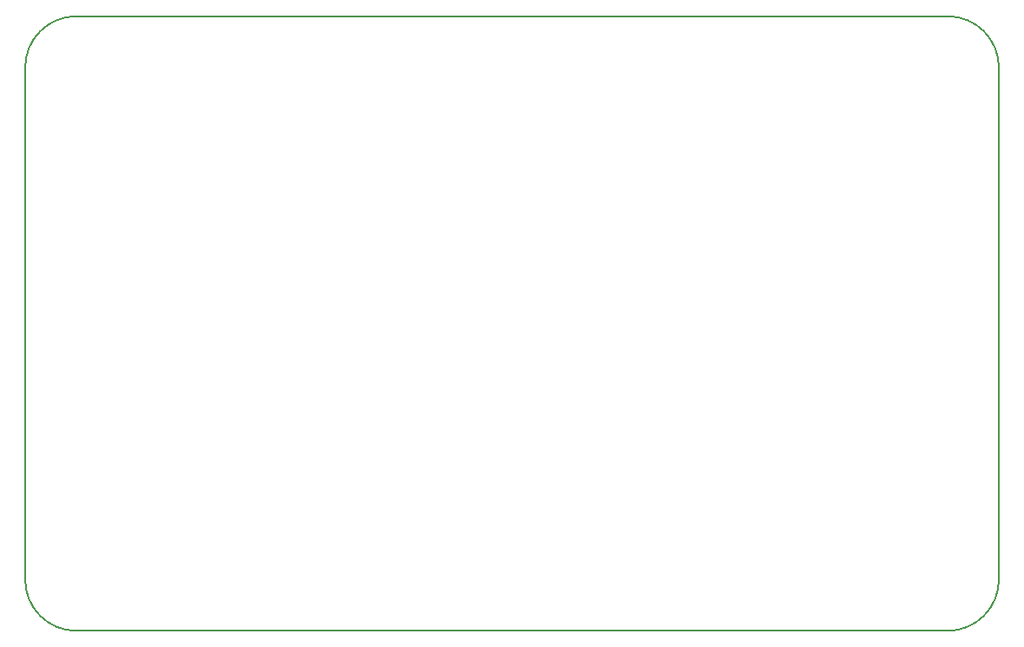
<source format=gbr>
G04 #@! TF.GenerationSoftware,KiCad,Pcbnew,(5.0.0)*
G04 #@! TF.CreationDate,2018-10-21T14:19:47+08:00*
G04 #@! TF.ProjectId,PSU 4CH V1_PCBV2,505355203443482056315F5043425632,rev?*
G04 #@! TF.SameCoordinates,Original*
G04 #@! TF.FileFunction,Profile,NP*
%FSLAX46Y46*%
G04 Gerber Fmt 4.6, Leading zero omitted, Abs format (unit mm)*
G04 Created by KiCad (PCBNEW (5.0.0)) date 10/21/18 14:19:47*
%MOMM*%
%LPD*%
G01*
G04 APERTURE LIST*
%ADD10C,0.150000*%
G04 APERTURE END LIST*
D10*
X110000000Y-140000000D02*
G75*
G02X105000000Y-135000000I0J5000000D01*
G01*
X105000000Y-85000000D02*
G75*
G02X110000000Y-80000000I5000000J0D01*
G01*
X195000000Y-80000000D02*
G75*
G02X200000000Y-85000000I0J-5000000D01*
G01*
X200000000Y-135000000D02*
G75*
G02X195000000Y-140000000I-5000000J0D01*
G01*
X200000000Y-85000000D02*
X200000000Y-135000000D01*
X110000000Y-80000000D02*
X195000000Y-80000000D01*
X105000000Y-135000000D02*
X105000000Y-85000000D01*
X195000000Y-140000000D02*
X110000000Y-140000000D01*
M02*

</source>
